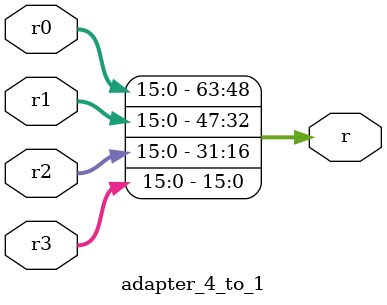
<source format=v>
`ifndef adapter_4_to_1_module
`define adapter_4_to_1_module

/**
 *  Bloque adapter_4_to_1
 *
 *  El bloque se encarga de unir 4 buses de datos de entrada en un solo bus de
 *  salida.
 *
 *  Este bloque es generado por un script que permite variar la cantidad de
 *  entradas y el tamaño base de los datos.
 *
 *  Parámetros
 *    DATA_WIDTH : tamaño base de los datos.
 *    N_INPUTS : cantidad de entradas del módulo.
 *
 *  Puertos de Entrada
 *    r0, r1, r2, r3 : señales de entrada de tamaño DATA_WIDTH.
 *
 *  Puertos de Salida
 *    r : señal de salida de tamaño DATA_WIDTH*N_INPUTS
 */

module adapter_4_to_1 #(
  parameter DATA_WIDTH=16,
  parameter N_INPUTS=4
) (
  input [DATA_WIDTH-1:0] r0, r1, r2, r3,
  output [(N_INPUTS*DATA_WIDTH)-1:0] r
);
  assign r = {r0, r1, r2, r3};
endmodule

`endif


</source>
